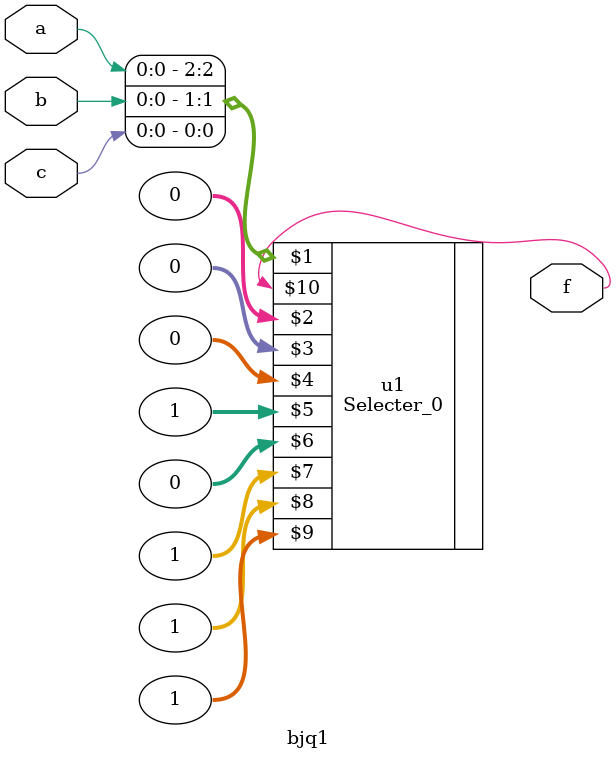
<source format=v>
`timescale 1ns / 1ps


module bjq1(a,b,c,f);
input a,b,c;
output f;
Selecter_0 u1({a,b,c},0,0,0,1,0,1,1,1,f);
endmodule

</source>
